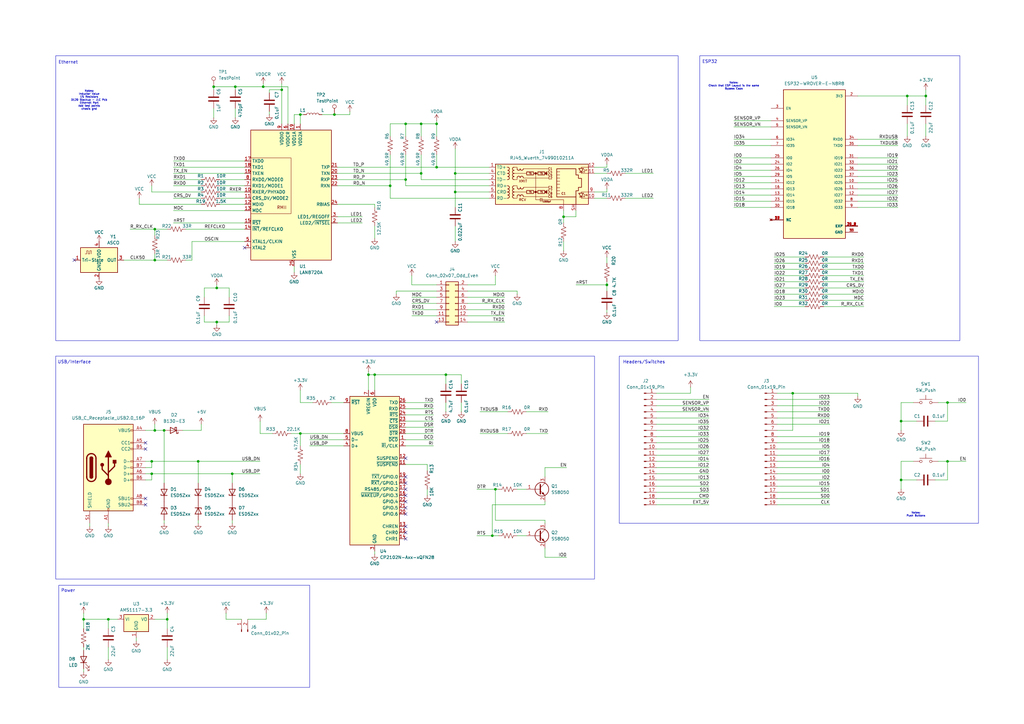
<source format=kicad_sch>
(kicad_sch (version 20250114) (generator "eeschema") (generator_version "9.0")
  (paper "A3")
  (rectangle (start 22.86 146.05) (end 243.84 237.49))
  (rectangle (start 22.86 22.86) (end 278.13 139.7))
  (rectangle (start 287.02 22.86) (end 393.7 139.7))
  (rectangle (start 24.13 240.03) (end 127 281.94))
  (rectangle (start 254 146.05) (end 401.32 214.63))
  (text "Notes:\nPush Buttons" (at 375.666 211.074 0) (effects (font (size 0.762 0.762))))
  (text "Notes:\nInductor Value\n1% Resistors\nD120 Stackup - JLC Pcb\nEthernet Port\nAdd test points\nchasis gnd" (at 36.576 41.148 0) (effects (font (size 0.762 0.762))))
  (text "ESP32" (at 291.084 25.4 0) (effects (font (size 1.27 1.27))))
  (text "Ethernet" (at 27.94 25.654 0) (effects (font (size 1.27 1.27))))
  (text "USB/Interface" (at 30.48 148.59 0) (effects (font (size 1.27 1.27))))
  (text "Notes:\nCheck that ESP Layout is the same\nBypass Caps" (at 300.99 35.306 0) (effects (font (size 0.762 0.762))))
  (text "Power" (at 27.94 242.316 0) (effects (font (size 1.27 1.27))))
  (text "Headers/Switches" (at 264.16 148.59 0) (effects (font (size 1.27 1.27))))
  (junction (at 63.5 93.98))
  (junction (at 160.02 76.2))
  (junction (at 62.23 194.31))
  (junction (at 115.57 36.83))
  (junction (at 186.69 78.74))
  (junction (at 369.57 172.72))
  (junction (at 62.23 189.23))
  (junction (at 123.19 177.8))
  (junction (at 151.13 153.67))
  (junction (at 153.67 153.67))
  (junction (at 88.9 118.11))
  (junction (at 186.69 71.12))
  (junction (at 68.58 254))
  (junction (at 166.37 50.8))
  (junction (at 95.25 194.31))
  (junction (at 107.95 35.56))
  (junction (at 166.37 73.66))
  (junction (at 248.92 116.84))
  (junction (at 182.88 153.67))
  (junction (at 67.31 176.53))
  (junction (at 388.62 165.1))
  (junction (at 34.29 254))
  (junction (at 123.19 46.99))
  (junction (at 231.14 88.9))
  (junction (at 388.62 189.23))
  (junction (at 201.93 219.71))
  (junction (at 88.9 132.08))
  (junction (at 44.45 254))
  (junction (at 203.2 200.66))
  (junction (at 63.5 176.53))
  (junction (at 172.72 50.8))
  (junction (at 87.63 35.56))
  (junction (at 372.11 39.37))
  (junction (at 96.52 35.56))
  (junction (at 137.16 46.99))
  (junction (at 63.5 106.68))
  (junction (at 369.57 196.85))
  (junction (at 172.72 71.12))
  (junction (at 81.28 189.23))
  (junction (at 379.73 39.37))
  (junction (at 179.07 68.58))
  (junction (at 325.12 161.29))
  (junction (at 179.07 50.8))
  (no_connect (at 100.33 101.6))
  (no_connect (at 166.37 208.28))
  (no_connect (at 166.37 200.66))
  (no_connect (at 30.48 106.68))
  (no_connect (at 166.37 218.44))
  (no_connect (at 166.37 215.9))
  (no_connect (at 166.37 210.82))
  (no_connect (at 166.37 195.58))
  (no_connect (at 59.69 181.61))
  (no_connect (at 166.37 187.96))
  (no_connect (at 166.37 203.2))
  (no_connect (at 59.69 207.01))
  (no_connect (at 59.69 204.47))
  (no_connect (at 166.37 198.12))
  (no_connect (at 179.07 132.08))
  (no_connect (at 59.69 184.15))
  (no_connect (at 166.37 205.74))
  (no_connect (at 166.37 220.98))
  (wire (pts (xy 175.26 200.66) (xy 175.26 203.2)))
  (wire (pts (xy 300.99 85.09) (xy 316.23 85.09)))
  (wire (pts (xy 106.68 177.8) (xy 111.76 177.8)))
  (wire (pts (xy 318.77 171.45) (xy 340.36 171.45)))
  (wire (pts (xy 88.9 116.84) (xy 88.9 118.11)))
  (wire (pts (xy 189.23 157.48) (xy 189.23 153.67)))
  (wire (pts (xy 162.56 120.65) (xy 162.56 119.38)))
  (wire (pts (xy 88.9 118.11) (xy 83.82 118.11)))
  (wire (pts (xy 232.41 191.77) (xy 223.52 191.77)))
  (wire (pts (xy 318.77 163.83) (xy 340.36 163.83)))
  (wire (pts (xy 63.5 173.99) (xy 63.5 176.53)))
  (wire (pts (xy 168.91 127) (xy 179.07 127)))
  (wire (pts (xy 90.17 81.28) (xy 100.33 81.28)))
  (wire (pts (xy 318.77 184.15) (xy 340.36 184.15)))
  (wire (pts (xy 93.98 118.11) (xy 93.98 121.92)))
  (wire (pts (xy 177.8 177.8) (xy 166.37 177.8)))
  (wire (pts (xy 44.45 254) (xy 44.45 257.81)))
  (wire (pts (xy 267.97 81.28) (xy 256.54 81.28)))
  (wire (pts (xy 267.97 71.12) (xy 256.54 71.12)))
  (wire (pts (xy 110.49 38.1) (xy 110.49 36.83)))
  (wire (pts (xy 44.45 254) (xy 48.26 254)))
  (wire (pts (xy 168.91 121.92) (xy 179.07 121.92)))
  (wire (pts (xy 177.8 170.18) (xy 166.37 170.18)))
  (wire (pts (xy 300.99 72.39) (xy 316.23 72.39)))
  (wire (pts (xy 318.77 191.77) (xy 340.36 191.77)))
  (wire (pts (xy 135.89 165.1) (xy 140.97 165.1)))
  (wire (pts (xy 62.23 194.31) (xy 59.69 194.31)))
  (wire (pts (xy 93.98 129.54) (xy 93.98 132.08)))
  (wire (pts (xy 62.23 191.77) (xy 62.23 189.23)))
  (wire (pts (xy 81.28 189.23) (xy 81.28 198.12)))
  (wire (pts (xy 203.2 200.66) (xy 203.2 213.36)))
  (wire (pts (xy 318.77 201.93) (xy 340.36 201.93)))
  (wire (pts (xy 243.84 78.74) (xy 248.92 78.74)))
  (wire (pts (xy 166.37 76.2) (xy 200.66 76.2)))
  (wire (pts (xy 166.37 190.5) (xy 175.26 190.5)))
  (wire (pts (xy 223.52 224.79) (xy 223.52 228.6)))
  (wire (pts (xy 63.5 93.98) (xy 68.58 93.98)))
  (wire (pts (xy 351.79 74.93) (xy 368.3 74.93)))
  (wire (pts (xy 53.34 93.98) (xy 63.5 93.98)))
  (wire (pts (xy 132.08 46.99) (xy 137.16 46.99)))
  (wire (pts (xy 172.72 63.5) (xy 172.72 71.12)))
  (wire (pts (xy 196.85 177.8) (xy 208.28 177.8)))
  (wire (pts (xy 351.79 85.09) (xy 368.3 85.09)))
  (wire (pts (xy 115.57 36.83) (xy 115.57 50.8)))
  (wire (pts (xy 76.2 106.68) (xy 78.74 106.68)))
  (wire (pts (xy 92.71 251.46) (xy 92.71 254)))
  (wire (pts (xy 337.82 118.11) (xy 354.33 118.11)))
  (wire (pts (xy 106.68 194.31) (xy 95.25 194.31)))
  (wire (pts (xy 300.99 49.53) (xy 316.23 49.53)))
  (wire (pts (xy 177.8 175.26) (xy 166.37 175.26)))
  (wire (pts (xy 166.37 73.66) (xy 166.37 76.2)))
  (wire (pts (xy 351.79 80.01) (xy 368.3 80.01)))
  (wire (pts (xy 71.12 71.12) (xy 100.33 71.12)))
  (wire (pts (xy 95.25 194.31) (xy 62.23 194.31)))
  (wire (pts (xy 351.79 69.85) (xy 368.3 69.85)))
  (wire (pts (xy 317.5 113.03) (xy 330.2 113.03)))
  (wire (pts (xy 317.5 105.41) (xy 330.2 105.41)))
  (wire (pts (xy 96.52 44.45) (xy 96.52 48.26)))
  (wire (pts (xy 388.62 172.72) (xy 388.62 165.1)))
  (wire (pts (xy 203.2 116.84) (xy 203.2 113.03)))
  (wire (pts (xy 223.52 207.01) (xy 223.52 205.74)))
  (wire (pts (xy 88.9 118.11) (xy 93.98 118.11)))
  (wire (pts (xy 248.92 68.58) (xy 248.92 67.31)))
  (wire (pts (xy 318.77 194.31) (xy 340.36 194.31)))
  (wire (pts (xy 153.67 153.67) (xy 182.88 153.67)))
  (wire (pts (xy 191.77 116.84) (xy 203.2 116.84)))
  (wire (pts (xy 201.93 219.71) (xy 201.93 207.01)))
  (wire (pts (xy 153.67 153.67) (xy 153.67 160.02)))
  (wire (pts (xy 369.57 189.23) (xy 369.57 196.85)))
  (wire (pts (xy 81.28 189.23) (xy 62.23 189.23)))
  (wire (pts (xy 123.19 165.1) (xy 128.27 165.1)))
  (wire (pts (xy 63.5 106.68) (xy 68.58 106.68)))
  (wire (pts (xy 115.57 34.29) (xy 115.57 36.83)))
  (wire (pts (xy 388.62 196.85) (xy 388.62 189.23)))
  (wire (pts (xy 68.58 254) (xy 68.58 251.46)))
  (wire (pts (xy 153.67 153.67) (xy 151.13 153.67)))
  (wire (pts (xy 127 180.34) (xy 140.97 180.34)))
  (wire (pts (xy 59.69 191.77) (xy 62.23 191.77)))
  (wire (pts (xy 68.58 254) (xy 68.58 257.81)))
  (wire (pts (xy 283.21 161.29) (xy 283.21 158.75)))
  (wire (pts (xy 168.91 124.46) (xy 179.07 124.46)))
  (wire (pts (xy 248.92 105.41) (xy 248.92 107.95)))
  (wire (pts (xy 248.92 78.74) (xy 248.92 77.47)))
  (wire (pts (xy 153.67 85.09) (xy 153.67 83.82)))
  (wire (pts (xy 351.79 72.39) (xy 368.3 72.39)))
  (wire (pts (xy 269.24 173.99) (xy 290.83 173.99)))
  (wire (pts (xy 269.24 201.93) (xy 290.83 201.93)))
  (wire (pts (xy 317.5 118.11) (xy 330.2 118.11)))
  (wire (pts (xy 300.99 59.69) (xy 316.23 59.69)))
  (wire (pts (xy 374.65 165.1) (xy 369.57 165.1)))
  (wire (pts (xy 118.11 35.56) (xy 107.95 35.56)))
  (wire (pts (xy 101.6 254) (xy 109.22 254)))
  (wire (pts (xy 34.29 274.32) (xy 34.29 275.59)))
  (wire (pts (xy 200.66 78.74) (xy 186.69 78.74)))
  (wire (pts (xy 44.45 265.43) (xy 44.45 270.51)))
  (wire (pts (xy 351.79 162.56) (xy 351.79 161.29)))
  (wire (pts (xy 337.82 115.57) (xy 354.33 115.57)))
  (wire (pts (xy 186.69 60.96) (xy 186.69 71.12)))
  (wire (pts (xy 318.77 186.69) (xy 340.36 186.69)))
  (wire (pts (xy 269.24 191.77) (xy 290.83 191.77)))
  (wire (pts (xy 175.26 190.5) (xy 175.26 193.04)))
  (wire (pts (xy 369.57 165.1) (xy 369.57 172.72)))
  (wire (pts (xy 203.2 200.66) (xy 204.47 200.66)))
  (wire (pts (xy 44.45 215.9) (xy 44.45 214.63)))
  (wire (pts (xy 123.19 177.8) (xy 140.97 177.8)))
  (wire (pts (xy 138.43 76.2) (xy 160.02 76.2)))
  (wire (pts (xy 71.12 81.28) (xy 82.55 81.28)))
  (wire (pts (xy 318.77 196.85) (xy 340.36 196.85)))
  (wire (pts (xy 186.69 78.74) (xy 186.69 85.09)))
  (wire (pts (xy 71.12 68.58) (xy 100.33 68.58)))
  (wire (pts (xy 318.77 173.99) (xy 340.36 173.99)))
  (wire (pts (xy 269.24 199.39) (xy 290.83 199.39)))
  (wire (pts (xy 81.28 189.23) (xy 106.68 189.23)))
  (wire (pts (xy 177.8 180.34) (xy 166.37 180.34)))
  (wire (pts (xy 379.73 50.8) (xy 379.73 55.88)))
  (wire (pts (xy 87.63 35.56) (xy 87.63 36.83)))
  (wire (pts (xy 195.58 200.66) (xy 203.2 200.66)))
  (wire (pts (xy 212.09 219.71) (xy 215.9 219.71)))
  (wire (pts (xy 172.72 73.66) (xy 200.66 73.66)))
  (wire (pts (xy 90.17 83.82) (xy 100.33 83.82)))
  (wire (pts (xy 82.55 173.99) (xy 82.55 176.53)))
  (wire (pts (xy 151.13 153.67) (xy 151.13 160.02)))
  (wire (pts (xy 325.12 161.29) (xy 351.79 161.29)))
  (wire (pts (xy 372.11 50.8) (xy 372.11 55.88)))
  (wire (pts (xy 100.33 73.66) (xy 90.17 73.66)))
  (wire (pts (xy 62.23 76.2) (xy 62.23 78.74)))
  (wire (pts (xy 82.55 176.53) (xy 74.93 176.53)))
  (wire (pts (xy 231.14 99.06) (xy 231.14 102.87)))
  (wire (pts (xy 201.93 207.01) (xy 223.52 207.01)))
  (wire (pts (xy 269.24 171.45) (xy 290.83 171.45)))
  (wire (pts (xy 78.74 99.06) (xy 100.33 99.06)))
  (wire (pts (xy 177.8 172.72) (xy 166.37 172.72)))
  (wire (pts (xy 318.77 179.07) (xy 340.36 179.07)))
  (wire (pts (xy 337.82 105.41) (xy 354.33 105.41)))
  (wire (pts (xy 166.37 63.5) (xy 166.37 73.66)))
  (wire (pts (xy 67.31 176.53) (xy 67.31 198.12)))
  (wire (pts (xy 325.12 161.29) (xy 325.12 176.53)))
  (wire (pts (xy 300.99 80.01) (xy 316.23 80.01)))
  (wire (pts (xy 317.5 107.95) (xy 330.2 107.95)))
  (wire (pts (xy 34.29 251.46) (xy 34.29 254)))
  (wire (pts (xy 189.23 165.1) (xy 189.23 168.91)))
  (wire (pts (xy 50.8 106.68) (xy 63.5 106.68)))
  (wire (pts (xy 300.99 64.77) (xy 316.23 64.77)))
  (wire (pts (xy 337.82 120.65) (xy 354.33 120.65)))
  (wire (pts (xy 95.25 214.63) (xy 95.25 213.36)))
  (wire (pts (xy 248.92 128.27) (xy 248.92 127)))
  (wire (pts (xy 166.37 50.8) (xy 166.37 55.88)))
  (wire (pts (xy 127 182.88) (xy 140.97 182.88)))
  (wire (pts (xy 160.02 76.2) (xy 160.02 81.28)))
  (wire (pts (xy 160.02 81.28) (xy 200.66 81.28)))
  (wire (pts (xy 269.24 161.29) (xy 283.21 161.29)))
  (wire (pts (xy 153.67 227.33) (xy 153.67 226.06)))
  (wire (pts (xy 57.15 83.82) (xy 82.55 83.82)))
  (wire (pts (xy 179.07 50.8) (xy 172.72 50.8)))
  (wire (pts (xy 269.24 166.37) (xy 290.83 166.37)))
  (wire (pts (xy 138.43 68.58) (xy 179.07 68.58)))
  (wire (pts (xy 388.62 165.1) (xy 384.81 165.1)))
  (wire (pts (xy 71.12 86.36) (xy 100.33 86.36)))
  (wire (pts (xy 337.82 123.19) (xy 354.33 123.19)))
  (wire (pts (xy 318.77 181.61) (xy 340.36 181.61)))
  (wire (pts (xy 317.5 115.57) (xy 330.2 115.57)))
  (wire (pts (xy 269.24 204.47) (xy 290.83 204.47)))
  (wire (pts (xy 318.77 199.39) (xy 340.36 199.39)))
  (wire (pts (xy 179.07 55.88) (xy 179.07 50.8)))
  (wire (pts (xy 63.5 176.53) (xy 59.69 176.53)))
  (wire (pts (xy 269.24 194.31) (xy 290.83 194.31)))
  (wire (pts (xy 62.23 78.74) (xy 82.55 78.74)))
  (wire (pts (xy 300.99 77.47) (xy 316.23 77.47)))
  (wire (pts (xy 300.99 57.15) (xy 316.23 57.15)))
  (wire (pts (xy 153.67 92.71) (xy 153.67 97.79)))
  (wire (pts (xy 379.73 36.83) (xy 379.73 39.37)))
  (wire (pts (xy 123.19 46.99) (xy 123.19 50.8)))
  (wire (pts (xy 196.85 168.91) (xy 208.28 168.91)))
  (wire (pts (xy 57.15 81.28) (xy 57.15 83.82)))
  (wire (pts (xy 383.54 196.85) (xy 388.62 196.85)))
  (wire (pts (xy 177.8 165.1) (xy 166.37 165.1)))
  (wire (pts (xy 83.82 129.54) (xy 83.82 132.08)))
  (wire (pts (xy 182.88 165.1) (xy 182.88 168.91)))
  (wire (pts (xy 138.43 88.9) (xy 148.59 88.9)))
  (wire (pts (xy 248.92 116.84) (xy 248.92 119.38)))
  (wire (pts (xy 269.24 168.91) (xy 290.83 168.91)))
  (wire (pts (xy 368.3 57.15) (xy 351.79 57.15)))
  (wire (pts (xy 120.65 109.22) (xy 120.65 111.76)))
  (wire (pts (xy 92.71 254) (xy 99.06 254)))
  (wire (pts (xy 62.23 189.23) (xy 59.69 189.23)))
  (wire (pts (xy 236.22 116.84) (xy 248.92 116.84)))
  (wire (pts (xy 59.69 196.85) (xy 62.23 196.85)))
  (wire (pts (xy 318.77 176.53) (xy 325.12 176.53)))
  (wire (pts (xy 388.62 165.1) (xy 396.24 165.1)))
  (wire (pts (xy 207.01 132.08) (xy 191.77 132.08)))
  (wire (pts (xy 93.98 132.08) (xy 88.9 132.08)))
  (wire (pts (xy 351.79 82.55) (xy 368.3 82.55)))
  (wire (pts (xy 160.02 50.8) (xy 166.37 50.8)))
  (wire (pts (xy 55.88 261.62) (xy 55.88 262.89)))
  (wire (pts (xy 68.58 265.43) (xy 68.58 270.51)))
  (wire (pts (xy 118.11 50.8) (xy 118.11 35.56)))
  (wire (pts (xy 138.43 73.66) (xy 166.37 73.66)))
  (wire (pts (xy 34.29 254) (xy 44.45 254)))
  (wire (pts (xy 119.38 177.8) (xy 123.19 177.8)))
  (wire (pts (xy 191.77 129.54) (xy 207.01 129.54)))
  (wire (pts (xy 318.77 204.47) (xy 340.36 204.47)))
  (wire (pts (xy 224.79 168.91) (xy 215.9 168.91)))
  (wire (pts (xy 203.2 213.36) (xy 223.52 213.36)))
  (wire (pts (xy 76.2 93.98) (xy 100.33 93.98)))
  (wire (pts (xy 269.24 196.85) (xy 290.83 196.85)))
  (wire (pts (xy 137.16 46.99) (xy 143.51 46.99)))
  (wire (pts (xy 36.83 214.63) (xy 36.83 215.9)))
  (wire (pts (xy 236.22 86.36) (xy 236.22 88.9)))
  (wire (pts (xy 172.72 50.8) (xy 172.72 55.88)))
  (wire (pts (xy 177.8 167.64) (xy 166.37 167.64)))
  (wire (pts (xy 83.82 132.08) (xy 88.9 132.08)))
  (wire (pts (xy 223.52 228.6) (xy 232.41 228.6)))
  (wire (pts (xy 182.88 153.67) (xy 182.88 157.48)))
  (wire (pts (xy 317.5 125.73) (xy 330.2 125.73)))
  (wire (pts (xy 369.57 172.72) (xy 369.57 176.53)))
  (wire (pts (xy 110.49 36.83) (xy 115.57 36.83)))
  (wire (pts (xy 67.31 214.63) (xy 67.31 213.36)))
  (wire (pts (xy 162.56 119.38) (xy 179.07 119.38)))
  (wire (pts (xy 269.24 163.83) (xy 290.83 163.83)))
  (wire (pts (xy 63.5 104.14) (xy 63.5 106.68)))
  (wire (pts (xy 351.79 67.31) (xy 368.3 67.31)))
  (wire (pts (xy 201.93 219.71) (xy 204.47 219.71)))
  (wire (pts (xy 186.69 78.74) (xy 186.69 71.12)))
  (wire (pts (xy 123.19 177.8) (xy 123.19 182.88)))
  (wire (pts (xy 34.29 265.43) (xy 34.29 266.7)))
  (wire (pts (xy 369.57 196.85) (xy 375.92 196.85)))
  (wire (pts (xy 189.23 153.67) (xy 182.88 153.67)))
  (wire (pts (xy 243.84 68.58) (xy 248.92 68.58)))
  (wire (pts (xy 337.82 125.73) (xy 354.33 125.73)))
  (wire (pts (xy 318.77 189.23) (xy 340.36 189.23)))
  (wire (pts (xy 143.51 46.99) (xy 143.51 45.72)))
  (wire (pts (xy 317.5 120.65) (xy 330.2 120.65)))
  (wire (pts (xy 351.79 59.69) (xy 368.3 59.69)))
  (wire (pts (xy 172.72 71.12) (xy 172.72 73.66)))
  (wire (pts (xy 388.62 189.23) (xy 396.24 189.23)))
  (wire (pts (xy 107.95 35.56) (xy 96.52 35.56)))
  (wire (pts (xy 120.65 50.8) (xy 120.65 46.99)))
  (wire (pts (xy 379.73 39.37) (xy 379.73 43.18)))
  (wire (pts (xy 212.09 119.38) (xy 191.77 119.38)))
  (wire (pts (xy 67.31 176.53) (xy 63.5 176.53)))
  (wire (pts (xy 269.24 179.07) (xy 290.83 179.07)))
  (wire (pts (xy 71.12 76.2) (xy 82.55 76.2)))
  (wire (pts (xy 34.29 254) (xy 34.29 257.81)))
  (wire (pts (xy 379.73 39.37) (xy 372.11 39.37)))
  (wire (pts (xy 96.52 35.56) (xy 96.52 36.83)))
  (wire (pts (xy 195.58 219.71) (xy 201.93 219.71)))
  (wire (pts (xy 179.07 116.84) (xy 168.91 116.84)))
  (wire (pts (xy 207.01 121.92) (xy 191.77 121.92)))
  (wire (pts (xy 269.24 207.01) (xy 290.83 207.01)))
  (wire (pts (xy 224.79 177.8) (xy 215.9 177.8)))
  (wire (pts (xy 153.67 83.82) (xy 138.43 83.82)))
  (wire (pts (xy 388.62 189.23) (xy 384.81 189.23)))
  (wire (pts (xy 212.09 200.66) (xy 215.9 200.66)))
  (wire (pts (xy 351.79 39.37) (xy 372.11 39.37)))
  (wire (pts (xy 231.14 86.36) (xy 231.14 88.9)))
  (wire (pts (xy 317.5 123.19) (xy 330.2 123.19)))
  (wire (pts (xy 62.23 196.85) (xy 62.23 194.31)))
  (wire (pts (xy 90.17 78.74) (xy 100.33 78.74)))
  (wire (pts (xy 88.9 132.08) (xy 88.9 133.35)))
  (wire (pts (xy 269.24 176.53) (xy 290.83 176.53)))
  (wire (pts (xy 71.12 66.04) (xy 100.33 66.04)))
  (wire (pts (xy 106.68 172.72) (xy 106.68 177.8)))
  (wire (pts (xy 243.84 71.12) (xy 248.92 71.12)))
  (wire (pts (xy 318.77 207.01) (xy 340.36 207.01)))
  (wire (pts (xy 337.82 107.95) (xy 354.33 107.95)))
  (wire (pts (xy 166.37 50.8) (xy 172.72 50.8)))
  (wire (pts (xy 207.01 124.46) (xy 191.77 124.46)))
  (wire (pts (xy 138.43 71.12) (xy 172.72 71.12)))
  (wire (pts (xy 372.11 43.18) (xy 372.11 39.37)))
  (wire (pts (xy 78.74 106.68) (xy 78.74 99.06)))
  (wire (pts (xy 269.24 186.69) (xy 290.83 186.69)))
  (wire (pts (xy 71.12 91.44) (xy 100.33 91.44)))
  (wire (pts (xy 179.07 68.58) (xy 200.66 68.58)))
  (wire (pts (xy 120.65 46.99) (xy 123.19 46.99)))
  (wire (pts (xy 269.24 184.15) (xy 290.83 184.15)))
  (wire (pts (xy 300.99 74.93) (xy 316.23 74.93)))
  (wire (pts (xy 300.99 69.85) (xy 316.23 69.85)))
  (wire (pts (xy 207.01 127) (xy 191.77 127)))
  (wire (pts (xy 95.25 194.31) (xy 95.25 198.12)))
  (wire (pts (xy 110.49 46.99) (xy 110.49 45.72)))
  (wire (pts (xy 90.17 76.2) (xy 100.33 76.2)))
  (wire (pts (xy 318.77 166.37) (xy 340.36 166.37)))
  (wire (pts (xy 177.8 182.88) (xy 166.37 182.88)))
  (wire (pts (xy 317.5 110.49) (xy 330.2 110.49)))
  (wire (pts (xy 160.02 55.88) (xy 160.02 50.8)))
  (wire (pts (xy 151.13 152.4) (xy 151.13 153.67)))
  (wire (pts (xy 63.5 96.52) (xy 63.5 93.98)))
  (wire (pts (xy 168.91 116.84) (xy 168.91 113.03)))
  (wire (pts (xy 337.82 113.03) (xy 354.33 113.03)))
  (wire (pts (xy 138.43 91.44) (xy 148.59 91.44)))
  (wire (pts (xy 71.12 73.66) (xy 82.55 73.66)))
  (wire (pts (xy 123.19 160.02) (xy 123.19 165.1)))
  (wire (pts (xy 300.99 52.07) (xy 316.23 52.07)))
  (wire (pts (xy 87.63 44.45) (xy 87.63 48.26)))
  (wire (pts (xy 383.54 172.72) (xy 388.62 172.72)))
  (wire (pts (xy 186.69 92.71) (xy 186.69 99.06)))
  (wire (pts (xy 300.99 67.31) (xy 316.23 67.31)))
  (wire (pts (xy 248.92 115.57) (xy 248.92 116.84)))
  (wire (pts (xy 109.22 254) (xy 109.22 251.46)))
  (wire (pts (xy 351.79 77.47) (xy 368.3 77.47)))
  (wire (pts (xy 81.28 214.63) (xy 81.28 213.36)))
  (wire (pts (xy 123.19 46.99) (xy 124.46 46.99)))
  (wire (pts (xy 83.82 118.11) (xy 83.82 121.92)))
  (wire (pts (xy 123.19 190.5) (xy 123.19 194.31)))
  (wire (pts (xy 223.52 213.36) (xy 223.52 214.63)))
  (wire (pts (xy 107.95 34.29) (xy 107.95 35.56)))
  (wire (pts (xy 212.09 120.65) (xy 212.09 119.38)))
  (wire (pts (xy 96.52 35.56) (xy 87.63 35.56)))
  (wire (pts (xy 337.82 110.49) (xy 354.33 110.49)))
  (wire (pts (xy 168.91 129.54) (xy 179.07 129.54)))
  (wire (pts (xy 179.07 63.5) (xy 179.07 68.58)))
  (wire (pts (xy 300.99 82.55) (xy 316.23 82.55)))
  (wire (pts (xy 351.79 64.77) (xy 368.3 64.77)))
  (wire (pts (xy 231.14 88.9) (xy 231.14 91.44)))
  (wire (pts (xy 236.22 88.9) (xy 231.14 88.9)))
  (wire (pts (xy 369.57 172.72) (xy 375.92 172.72)))
  (wire (pts (xy 318.77 168.91) (xy 340.36 168.91)))
  (wire (pts (xy 223.52 191.77) (xy 223.52 195.58)))
  (wire (pts (xy 269.24 181.61) (xy 290.83 181.61)))
  (wire (pts (xy 269.24 189.23) (xy 290.83 189.23)))
  (wire (pts (xy 63.5 254) (xy 68.58 254)))
  (wire (pts (xy 243.84 81.28) (xy 248.92 81.28)))
  (wire (pts (xy 179.07 49.53) (xy 179.07 50.8)))
  (wire (pts (xy 369.57 196.85) (xy 369.57 200.66)))
  (wire (pts (xy 186.69 71.12) (xy 200.66 71.12)))
  (wire (pts (xy 318.77 161.29) (xy 325.12 161.29)))
  (wire (pts (xy 160.02 63.5) (xy 160.02 76.2)))
  (wire (pts (xy 374.65 189.23) (xy 369.57 189.23)))
  (label "SENSOR_VP" (at 300.99 49.53 0))
  (label "DTR" (at 195.58 200.66 0))
  (label "RI" (at 177.8 182.88 180))
  (label "RXD1" (at 168.91 127 0))
  (label "TX_EN" (at 354.33 115.57 180))
  (label "IO22" (at 317.5 113.03 0))
  (label "IO18" (at 317.5 120.65 0))
  (label "MDC" (at 354.33 123.19 180))
  (label "OSCIN" (at 83.82 99.06 0))
  (label "R_RX_CLK" (at 354.33 125.73 180))
  (label "SD0" (at 340.36 204.47 180))
  (label "TXDUSB" (at 196.85 168.91 0))
  (label "IO26" (at 317.5 107.95 0))
  (label "RXD1" (at 71.12 73.66 0))
  (label "IO0" (at 396.24 165.1 180))
  (label "EXT_5V" (at 290.83 207.01 180))
  (label "IO18" (at 340.36 181.61 180))
  (label "RXDUSB" (at 368.3 57.15 180))
  (label "CTS" (at 177.8 172.72 180))
  (label "RXD0" (at 71.12 76.2 0))
  (label "IO34" (at 290.83 171.45 180))
  (label "MDIO" (at 354.33 120.65 180))
  (label "SENSOR_VP" (at 290.83 166.37 180))
  (label "RXD0" (at 207.01 127 180))
  (label "LED2" (at 148.59 91.44 180))
  (label "IO12" (at 300.99 74.93 0))
  (label "USB_DP" (at 127 182.88 0))
  (label "TXD1" (at 207.01 132.08 180))
  (label "TXD0" (at 71.12 66.04 0))
  (label "TXDUSB" (at 368.3 59.69 180))
  (label "IO19" (at 317.5 110.49 0))
  (label "SENSOR_VN" (at 300.99 52.07 0))
  (label "IO34" (at 300.99 57.15 0))
  (label "TXD0" (at 354.33 110.49 180))
  (label "EN" (at 290.83 163.83 180))
  (label "TX_EN" (at 207.01 129.54 180))
  (label "IO2" (at 340.36 196.85 180))
  (label "GND" (at 290.83 194.31 180))
  (label "IO4" (at 340.36 191.77 180))
  (label "RD_P" (at 144.78 73.66 0))
  (label "RXD0" (at 354.33 105.41 180))
  (label "IO32" (at 368.3 82.55 180))
  (label "IO33" (at 290.83 179.07 180))
  (label "REFCLKO" (at 83.82 93.98 0))
  (label "IO19" (at 340.36 179.07 180))
  (label "USB_DP" (at 106.68 194.31 180))
  (label "RXD" (at 177.8 167.64 180))
  (label "USB_DN" (at 106.68 189.23 180))
  (label "IO32" (at 290.83 176.53 180))
  (label "EN" (at 232.41 191.77 180))
  (label "CRS_DV" (at 71.12 81.28 0))
  (label "RTS" (at 195.58 219.71 0))
  (label "IO15" (at 300.99 82.55 0))
  (label "IO5" (at 340.36 184.15 180))
  (label "TD_N" (at 144.78 71.12 0))
  (label "MDC" (at 168.91 121.92 0))
  (label "EN" (at 396.24 189.23 180))
  (label "RXD1" (at 354.33 107.95 180))
  (label "IO14" (at 290.83 189.23 180))
  (label "IO25" (at 290.83 181.61 180))
  (label "RD_N" (at 144.78 76.2 0))
  (label "TXD1" (at 354.33 113.03 180))
  (label "LED2" (at 267.97 81.28 180))
  (label "TD_P" (at 144.78 68.58 0))
  (label "IO35" (at 300.99 59.69 0))
  (label "CLK50" (at 53.34 106.68 0))
  (label "USB_DN" (at 127 180.34 0))
  (label "RXD0" (at 340.36 171.45 180))
  (label "IO26" (at 368.3 77.47 180))
  (label "TXD0" (at 168.91 129.54 0))
  (label "CLK" (at 340.36 207.01 180))
  (label "TXD" (at 224.79 177.8 180))
  (label "R_RX_CLK" (at 207.01 124.46 180))
  (label "DSR" (at 177.8 175.26 180))
  (label "IO17" (at 340.36 186.69 180))
  (label "RTS" (at 177.8 170.18 180))
  (label "SENSOR_VN" (at 290.83 168.91 180))
  (label "SD3" (at 290.83 201.93 180))
  (label "DTR" (at 177.8 177.8 180))
  (label "IO0" (at 300.99 64.77 0))
  (label "IO15" (at 340.36 199.39 180))
  (label "RXER" (at 93.98 78.74 0))
  (label "IO5" (at 300.99 72.39 0))
  (label "IO14" (at 300.99 80.01 0))
  (label "IO2" (at 300.99 67.31 0))
  (label "TXD1" (at 71.12 68.58 0))
  (label "TXD0" (at 340.36 168.91 180))
  (label "nRST" (at 71.12 91.44 0))
  (label "IO25" (at 368.3 74.93 180))
  (label "IO35" (at 290.83 173.99 180))
  (label "IO4" (at 300.99 69.85 0))
  (label "RXDUSB" (at 196.85 177.8 0))
  (label "MDIO" (at 207.01 121.92 180))
  (label "IO22" (at 368.3 69.85 180))
  (label "IO21" (at 340.36 173.99 180))
  (label "IO13" (at 300.99 77.47 0))
  (label "IO21" (at 317.5 115.57 0))
  (label "IO23" (at 368.3 72.39 180))
  (label "IO26" (at 290.83 184.15 180))
  (label "nRST" (at 236.22 116.84 0))
  (label "IO19" (at 368.3 64.77 180))
  (label "IO16" (at 340.36 189.23 180))
  (label "SD2" (at 290.83 199.39 180))
  (label "IO21" (at 368.3 67.31 180))
  (label "DCD" (at 177.8 180.34 180))
  (label "LED1" (at 148.59 88.9 180))
  (label "IO0" (at 340.36 194.31 180))
  (label "IO22" (at 340.36 166.37 180))
  (label "IO27" (at 317.5 118.11 0))
  (label "IO18" (at 300.99 85.09 0))
  (label "IO12" (at 290.83 191.77 180))
  (label "IO23" (at 340.36 163.83 180))
  (label "IO25" (at 317.5 105.41 0))
  (label "RXD" (at 224.79 168.91 180))
  (label "IO23" (at 317.5 123.19 0))
  (label "CMD" (at 290.83 204.47 180))
  (label "TX_EN" (at 71.12 71.12 0))
  (label "IO13" (at 290.83 196.85 180))
  (label "MDC" (at 71.12 86.36 0))
  (label "CRS_DV" (at 168.91 124.46 0))
  (label "IO0" (at 232.41 228.6 180))
  (label "CRS_DV" (at 354.33 118.11 180))
  (label "R_RX_CLK" (at 53.34 93.98 0))
  (label "LED1" (at 267.97 71.12 180))
  (label "IO33" (at 368.3 85.09 180))
  (label "IO27" (at 368.3 80.01 180))
  (label "IO27" (at 290.83 186.69 180))
  (label "IO0" (at 317.5 125.73 0))
  (label "SD1" (at 340.36 201.93 180))
  (label "TXD" (at 177.8 165.1 180))
  (symbol (lib_id "power:GND") (at 34.29 275.59 0) (unit 1)
    (property "Reference" "#PWR025" (effects (hide yes)))
    (property "Value" "GND" (at 34.29 279.654 0))
    (property "Description" "Power symbol creates a global label with name \"GND\" , ground" (effects (hide yes)))
  )
  (symbol (lib_id "Device:R_US") (at 334.01 105.41 90) (unit 1)
    (property "Reference" "R24" (at 329.438 103.886 90))
    (property "Value" "0R" (at 338.328 103.886 90))
    (property "Footprint" "Jumper:SolderJumper-2_P1.3mm_Bridged2Bar_RoundedPad1.0x1.5mm" (effects (hide yes)))
    (property "Description" "Resistor, US symbol" (effects (hide yes)))
  )
  (symbol (lib_id "Device:C") (at 372.11 46.99 0) (unit 1)
    (property "Reference" "C13" (at 374.142 43.434 90))
    (property "Value" "0.1uF" (at 374.142 52.324 90))
    (property "Footprint" "Capacitor_SMD:C_0603_1608Metric" (effects (hide yes)))
    (property "Description" "Unpolarized capacitor" (effects (hide yes)))
  )
  (symbol (lib_id "power:GND") (at 248.92 128.27 0) (unit 1)
    (property "Reference" "#PWR036" (effects (hide yes)))
    (property "Value" "GND" (at 248.92 132.08 0))
    (property "Description" "Power symbol creates a global label with name \"GND\" , ground" (effects (hide yes)))
  )
  (symbol (lib_id "Device:R_US") (at 72.39 93.98 270) (unit 1)
    (property "Reference" "R22" (at 68.326 92.71 90))
    (property "Value" "33R" (at 76.708 92.71 90))
    (property "Footprint" "Resistor_SMD:R_0402_1005Metric" (effects (hide yes)))
    (property "Description" "Resistor, US symbol" (effects (hide yes)))
  )
  (symbol (lib_id "Device:R_US") (at 334.01 120.65 90) (unit 1)
    (property "Reference" "R30" (at 329.438 119.38 90))
    (property "Value" "0R" (at 338.328 119.38 90))
    (property "Footprint" "Jumper:SolderJumper-2_P1.3mm_Bridged2Bar_RoundedPad1.0x1.5mm" (effects (hide yes)))
    (property "Description" "Resistor, US symbol" (effects (hide yes)))
  )
  (symbol (lib_id "Device:R_US") (at 179.07 59.69 0) (unit 1)
    (property "Reference" "R9" (at 177.8 55.88 90))
    (property "Value" "49.9R" (at 177.8 65.278 90))
    (property "Footprint" "Resistor_SMD:R_0402_1005Metric" (effects (hide yes)))
    (property "Description" "Resistor, US symbol" (effects (hide yes)))
  )
  (symbol (lib_id "Device:R_US") (at 86.36 81.28 270) (unit 1)
    (property "Reference" "R4" (at 82.296 80.01 90))
    (property "Value" "10R" (at 90.678 80.01 90))
    (property "Footprint" "Resistor_SMD:R_0603_1608Metric" (effects (hide yes)))
    (property "Description" "Resistor, US symbol" (effects (hide yes)))
  )
  (symbol (lib_id "power:+3.3V") (at 283.21 158.75 0) (unit 1)
    (property "Reference" "#PWR022" (effects (hide yes)))
    (property "Value" "+3.3V" (at 283.21 153.67 0))
    (property "Description" "Power symbol creates a global label with name \"+3.3V\"" (effects (hide yes)))
  )
  (symbol (lib_id "power:GND") (at 44.45 215.9 0) (unit 1)
    (property "Reference" "#PWR016" (effects (hide yes)))
    (property "Value" "GND" (at 44.45 219.71 0))
    (property "Description" "Power symbol creates a global label with name \"GND\" , ground" (effects (hide yes)))
  )
  (symbol (lib_id "power:GND") (at 68.58 270.51 0) (unit 1)
    (property "Reference" "#PWR010" (effects (hide yes)))
    (property "Value" "GND" (at 68.58 274.574 0))
    (property "Description" "Power symbol creates a global label with name \"GND\" , ground" (effects (hide yes)))
  )
  (symbol (lib_id "power:VCC") (at 143.51 45.72 0) (unit 1)
    (property "Reference" "#PWR028" (effects (hide yes)))
    (property "Value" "VCC" (at 143.51 41.91 0))
    (property "Description" "Power symbol creates a global label with name \"VCC\"" (effects (hide yes)))
  )
  (symbol (lib_id "Device:C") (at 379.73 196.85 90) (unit 1)
    (property "Reference" "C2" (at 376.174 194.818 90))
    (property "Value" "0.1uF" (at 385.064 194.818 90))
    (property "Footprint" "Capacitor_SMD:C_0603_1608Metric" (effects (hide yes)))
    (property "Description" "Unpolarized capacitor" (effects (hide yes)))
  )
  (symbol (lib_id "Device:C") (at 186.69 88.9 0) (unit 1)
    (property "Reference" "C11" (at 188.722 85.09 90))
    (property "Value" "0.022uF" (at 188.722 94.996 90))
    (property "Footprint" "Capacitor_SMD:C_0805_2012Metric" (effects (hide yes)))
    (property "Description" "Unpolarized capacitor" (effects (hide yes)))
  )
  (symbol (lib_id "power:GND") (at 44.45 270.51 0) (unit 1)
    (property "Reference" "#PWR026" (effects (hide yes)))
    (property "Value" "GND" (at 44.45 274.574 0))
    (property "Description" "Power symbol creates a global label with name \"GND\" , ground" (effects (hide yes)))
  )
  (symbol (lib_id "power:GND") (at 372.11 55.88 0) (unit 1)
    (property "Reference" "#PWR048" (effects (hide yes)))
    (property "Value" "GND" (at 372.11 59.69 0))
    (property "Description" "Power symbol creates a global label with name \"GND\" , ground" (effects (hide yes)))
  )
  (symbol (lib_id "power:VDDA") (at 248.92 67.31 0) (unit 1)
    (property "Reference" "#PWR06" (effects (hide yes)))
    (property "Value" "VDDA" (at 248.92 63.5 0))
    (property "Description" "Power symbol creates a global label with name \"VDDA\"" (effects (hide yes)))
  )
  (symbol (lib_id "Device:R_US") (at 86.36 83.82 270) (unit 1)
    (property "Reference" "R19" (at 82.296 82.55 90))
    (property "Value" "1.5K" (at 90.678 82.55 90))
    (property "Footprint" "Resistor_SMD:R_0402_1005Metric" (effects (hide yes)))
    (property "Description" "Resistor, US symbol" (effects (hide yes)))
  )
  (symbol (lib_id "Connector:RJ45_Wuerth_7499010211A") (at 220.98 76.2 0) (unit 1)
    (property "Reference" "J1" (at 222.25 62.23 0))
    (property "Value" "RJ45_Wuerth_7499010211A" (at 222.25 64.77 0))
    (property "Footprint" "Connector_RJ:RJ45_Wuerth_7499010211A_Horizontal" (effects (hide yes)))
    (property "Datasheet" "https://www.we-online.com/components/products/datasheet/7499010211A.pdf" (effects (hide yes)))
    (property "Description" "LAN Transformer Jack, RJ45, 10/100 BaseT, tab down" (effects (hide yes)))
  )
  (symbol (lib_id "Device:C") (at 83.82 125.73 0) (unit 1)
    (property "Reference" "C9" (at 81.28 122.428 90))
    (property "Value" "0.1uF" (at 81.28 130.302 90))
    (property "Footprint" "Capacitor_SMD:C_0603_1608Metric" (effects (hide yes)))
    (property "Description" "Unpolarized capacitor" (effects (hide yes)))
  )
  (symbol (lib_id "power:+5V") (at 82.55 173.99 0) (unit 1)
    (property "Reference" "#PWR011" (effects (hide yes)))
    (property "Value" "+5V" (at 82.55 168.91 0))
    (property "Description" "Power symbol creates a global label with name \"+5V\"" (effects (hide yes)))
  )
  (symbol (lib_id "power:GND") (at 120.65 111.76 0) (unit 1)
    (property "Reference" "#PWR045" (effects (hide yes)))
    (property "Value" "GND" (at 120.65 115.57 0))
    (property "Description" "Power symbol creates a global label with name \"GND\" , ground" (effects (hide yes)))
  )
  (symbol (lib_id "power:+3.3V") (at 123.19 160.02 0) (unit 1)
    (property "Reference" "#PWR051" (effects (hide yes)))
    (property "Value" "+3.3V" (at 123.19 155.956 0))
    (property "Description" "Power symbol creates a global label with name \"+3.3V\"" (effects (hide yes)))
  )
  (symbol (lib_id "Device:R_US") (at 231.14 95.25 0) (unit 1)
    (property "Reference" "R12" (at 229.87 99.314 90))
    (property "Value" "0R" (at 229.87 90.932 90))
    (property "Footprint" "Jumper:SolderJumper-2_P1.3mm_Bridged2Bar_RoundedPad1.0x1.5mm" (effects (hide yes)))
    (property "Description" "Resistor, US symbol" (effects (hide yes)))
  )
  (symbol (lib_id "Diode:ESD5Zxx") (at 95.25 209.55 270) (unit 1)
    (property "Reference" "D7" (at 97.79 208.2799 90) (effects (justify left)))
    (property "Value" "ESD5Zxx" (at 97.79 210.8199 90) (effects (justify left)))
    (property "Footprint" "Diode_SMD:D_SOD-523" (effects (hide yes)))
    (property "Datasheet" "https://www.onsemi.com/pdf/datasheet/esd5z2.5t1-d.pdf" (effects (hide yes)))
    (property "Description" "ESD Protection Diode, SOD-523" (effects (hide yes)))
  )
  (symbol (lib_id "power:GND") (at 379.73 55.88 0) (unit 1)
    (property "Reference" "#PWR047" (effects (hide yes)))
    (property "Value" "GND" (at 379.73 59.69 0))
    (property "Description" "Power symbol creates a global label with name \"GND\" , ground" (effects (hide yes)))
  )
  (symbol (lib_id "Connector:Conn_01x19_Pin") (at 264.16 184.15 0) (unit 1)
    (property "Reference" "J2" (at 264.795 156.21 0))
    (property "Value" "Conn_01x19_Pin" (at 264.795 158.75 0))
    (property "Footprint" "Connector_PinHeader_2.54mm:PinHeader_1x19_P2.54mm_Vertical" (effects (hide yes)))
    (property "Description" "Generic connector, single row, 01x19, script generated" (effects (hide yes)))
  )
  (symbol (lib_id "power:VCC") (at 62.23 76.2 0) (unit 1)
    (property "Reference" "#PWR01" (effects (hide yes)))
    (property "Value" "VCC" (at 62.23 72.39 0))
    (property "Description" "Power symbol creates a global label with name \"VCC\"" (effects (hide yes)))
  )
  (symbol (lib_id "ESP32-WROVER-E-N8R8:ESP32-WROVER-E-N8R8") (at 334.01 67.31 0) (unit 1)
    (property "Reference" "U5" (at 334.01 31.75 0))
    (property "Value" "ESP32-WROVER-E-N8R8" (at 334.01 34.29 0))
    (property "Footprint" "XCVR_ESP32-WROVER-E-N8R8:XCVR_ESP32-WROVER-E-N8R8" (effects (hide yes)))
    (property "MF" "Espressif Systems" (effects (hide yes)))
    (property "MAXIMUM_PACKAGE_HEIGHT" "3.45 mm" (effects (hide yes)))
    (property "Package" "SMD-38 Espressif Systems" (effects (hide yes)))
    (property "Price" "None" (effects (hide yes)))
    (property "Check_prices" "https://www.snapeda.com/parts/ESP32-WROVER-E-N8R8/Espressif+Systems/view-part/?ref=eda" (effects (hide yes)))
    (property "STANDARD" "Manufacturer Recommendations" (effects (hide yes)))
    (property "PARTREV" "1.6" (effects (hide yes)))
    (property "SnapEDA_Link" "https://www.snapeda.com/parts/ESP32-WROVER-E-N8R8/Espressif+Systems/view-part/?ref=snap" (effects (hide yes)))
    (property "MP" "ESP32-WROVER-E-N8R8" (effects (hide yes)))
    (property "Description_1" "Bluetooth, WiFi 802.11b/g/n, Bluetooth v4.2 +EDR Transceiver Module 2.4GHz ~ 2.5GHz PCB Trace Surface Mount" (effects (hide yes)))
    (property "SNAPEDA_PN" "ESP32-WROVER-E-N4R8" (effects (hide yes)))
    (property "Availability" "In Stock" (effects (hide yes)))
    (property "MANUFACTURER" "Espressif Systems" (effects (hide yes)))
  )
  (symbol (lib_id "power:GND") (at 67.31 214.63 0) (unit 1)
    (property "Reference" "#PWR013" (effects (hide yes)))
    (property "Value" "GND" (at 67.31 218.44 0))
    (property "Description" "Power symbol creates a global label with name \"GND\" , ground" (effects (hide yes)))
  )
  (symbol (lib_id "Device:C") (at 96.52 40.64 0) (unit 1)
    (property "Reference" "C5" (at 98.552 37.592 90))
    (property "Value" "470pF" (at 98.552 45.212 90))
    (property "Footprint" "Capacitor_SMD:C_0603_1608Metric" (effects (hide yes)))
    (property "Description" "Unpolarized capacitor" (effects (hide yes)))
  )
  (symbol (lib_id "power:VDDA") (at 186.69 60.96 0) (unit 1)
    (property "Reference" "#PWR03" (effects (hide yes)))
    (property "Value" "VDDA" (at 186.69 57.15 0))
    (property "Description" "Power symbol creates a global label with name \"VDDA\"" (effects (hide yes)))
  )
  (symbol (lib_id "power:GND") (at 96.52 48.26 0) (unit 1)
    (property "Reference" "#PWR032" (effects (hide yes)))
    (property "Value" "GND" (at 96.52 52.07 0))
    (property "Description" "Power symbol creates a global label with name \"GND\" , ground" (effects (hide yes)))
  )
  (symbol (lib_id "power:VCC") (at 40.64 99.06 0) (unit 1)
    (property "Reference" "#PWR043" (effects (hide yes)))
    (property "Value" "VCC" (at 40.64 95.25 0))
    (property "Description" "Power symbol creates a global label with name \"VCC\"" (effects (hide yes)))
  )
  (symbol (lib_id "Connector:TestPoint") (at 137.16 46.99 0) (unit 1)
    (property "Reference" "TP2" (at 129.794 38.862 0) (effects (justify left)))
    (property "Value" "TestPoint" (at 129.794 41.402 0) (effects (justify left)))
    (property "Footprint" "TestPoint:TestPoint_Pad_2.0x2.0mm" (effects (hide yes)))
    (property "Description" "test point" (effects (hide yes)))
  )
  (symbol (lib_id "Device:C") (at 189.23 161.29 0) (unit 1)
    (property "Reference" "C15" (at 191.262 157.734 90))
    (property "Value" "0.1uF" (at 191.262 166.624 90))
    (property "Footprint" "Capacitor_SMD:C_0603_1608Metric" (effects (hide yes)))
    (property "Description" "Unpolarized capacitor" (effects (hide yes)))
  )
  (symbol (lib_id "Transistor_BJT:SS8050") (at 220.98 200.66 0) (unit 1)
    (property "Reference" "Q1" (at 226.06 199.3899 0) (effects (justify left)))
    (property "Value" "SS8050" (at 226.06 201.9299 0) (effects (justify left)))
    (property "Footprint" "Package_TO_SOT_SMD:SOT-23" (effects (hide yes)))
    (property "Datasheet" "http://www.secosgmbh.com/datasheet/products/SSMPTransistor/SOT-23/SS8050.pdf" (effects (hide yes)))
    (property "Description" "General Purpose NPN Transistor, 1.5A Ic, 25V Vce, SOT-23" (effects (hide yes)))
  )
  (symbol (lib_id "Device:R_US") (at 86.36 73.66 90) (unit 1)
    (property "Reference" "R1" (at 82.296 72.136 90))
    (property "Value" "10R" (at 90.678 72.136 90))
    (property "Footprint" "Resistor_SMD:R_0603_1608Metric" (effects (hide yes)))
    (property "Description" "Resistor, US symbol" (effects (hide yes)))
  )
  (symbol (lib_id "Device:C") (at 44.45 261.62 0) (unit 1)
    (property "Reference" "C3" (at 46.482 258.064 90))
    (property "Value" "22uF" (at 46.482 266.954 90))
    (property "Footprint" "Capacitor_SMD:C_0603_1608Metric" (effects (hide yes)))
    (property "Description" "Unpolarized capacitor" (effects (hide yes)))
  )
  (symbol (lib_id "Connector:Conn_01x19_Pin") (at 313.69 184.15 0) (unit 1)
    (property "Reference" "J3" (at 314.325 156.21 0))
    (property "Value" "Conn_01x19_Pin" (at 314.325 158.75 0))
    (property "Footprint" "Connector_PinHeader_2.54mm:PinHeader_1x19_P2.54mm_Vertical" (effects (hide yes)))
    (property "Description" "Generic connector, single row, 01x19, script generated" (effects (hide yes)))
  )
  (symbol (lib_id "Diode:ESD5Zxx") (at 81.28 209.55 270) (unit 1)
    (property "Reference" "D5" (at 83.82 208.2799 90) (effects (justify left)))
    (property "Value" "ESD5Zxx" (at 83.82 210.8199 90) (effects (justify left)))
    (property "Footprint" "Diode_SMD:D_SOD-523" (effects (hide yes)))
    (property "Datasheet" "https://www.onsemi.com/pdf/datasheet/esd5z2.5t1-d.pdf" (effects (hide yes)))
    (property "Description" "ESD Protection Diode, SOD-523" (effects (hide yes)))
  )
  (symbol (lib_id "Device:R_US") (at 212.09 177.8 90) (unit 1)
    (property "Reference" "R17" (at 207.772 176.022 90))
    (property "Value" "0R" (at 216.154 176.022 90))
    (property "Footprint" "Jumper:SolderJumper-2_P1.3mm_Bridged2Bar_RoundedPad1.0x1.5mm" (effects (hide yes)))
    (property "Description" "Resistor, US symbol" (effects (hide yes)))
  )
  (symbol (lib_id "power:GND") (at 40.64 114.3 0) (unit 1)
    (property "Reference" "#PWR044" (effects (hide yes)))
    (property "Value" "GND" (at 40.64 118.11 0))
    (property "Description" "Power symbol creates a global label with name \"GND\" , ground" (effects (hide yes)))
  )
  (symbol (lib_id "power:GND") (at 95.25 214.63 0) (unit 1)
    (property "Reference" "#PWR015" (effects (hide yes)))
    (property "Value" "GND" (at 95.25 218.44 0))
    (property "Description" "Power symbol creates a global label with name \"GND\" , ground" (effects (hide yes)))
  )
  (symbol (lib_id "Connector:Conn_01x02_Pin") (at 99.06 259.08 90) (unit 1)
    (property "Reference" "J6" (at 102.87 257.1749 90) (effects (justify right)))
    (property "Value" "Conn_01x02_Pin" (at 102.87 259.7149 90) (effects (justify right)))
    (property "Footprint" "Connector_PinHeader_2.54mm:PinHeader_1x02_P2.54mm_Vertical" (effects (hide yes)))
    (property "Description" "Generic connector, single row, 01x02, script generated" (effects (hide yes)))
  )
  (symbol (lib_id "power:GND") (at 351.79 162.56 0) (unit 1)
    (property "Reference" "#PWR023" (effects (hide yes)))
    (property "Value" "GND" (at 351.79 166.624 0))
    (property "Description" "Power symbol creates a global label with name \"GND\" , ground" (effects (hide yes)))
  )
  (symbol (lib_id "Diode:ESD5Zxx") (at 67.31 201.93 90) (unit 1)
    (property "Reference" "D1" (at 69.85 200.6599 90) (effects (justify right)))
    (property "Value" "ESD5Zxx" (at 69.85 203.1999 90) (effects (justify right)))
    (property "Footprint" "Diode_SMD:D_SOD-523" (effects (hide yes)))
    (property "Datasheet" "https://www.onsemi.com/pdf/datasheet/esd5z2.5t1-d.pdf" (effects (hide yes)))
    (property "Description" "ESD Protection Diode, SOD-523" (effects (hide yes)))
  )
  (symbol (lib_id "Device:C") (at 248.92 123.19 0) (unit 1)
    (property "Reference" "C8" (at 251.968 120.142 90))
    (property "Value" "0.1uF" (at 251.968 127.254 90))
    (property "Footprint" "Capacitor_SMD:C_0603_1608Metric" (effects (hide yes)))
    (property "Description" "Unpolarized capacitor" (effects (hide yes)))
  )
  (symbol (lib_id "power:GND") (at 182.88 168.91 0) (unit 1)
    (property "Reference" "#PWR052" (effects (hide yes)))
    (property "Value" "GND" (at 182.88 172.72 0))
    (property "Description" "Power symbol creates a global label with name \"GND\" , ground" (effects (hide yes)))
  )
  (symbol (lib_id "power:+3.3V") (at 379.73 36.83 0) (unit 1)
    (property "Reference" "#PWR046" (effects (hide yes)))
    (property "Value" "+3.3V" (at 379.73 32.766 0))
    (property "Description" "Power symbol creates a global label with name \"+3.3V\"" (effects (hide yes)))
  )
  (symbol (lib_id "Device:R_US") (at 252.73 71.12 270) (unit 1)
    (property "Reference" "R5" (at 248.666 69.85 90))
    (property "Value" "332R" (at 257.048 69.85 90))
    (property "Footprint" "Resistor_SMD:R_0603_1608Metric" (effects (hide yes)))
    (property "Description" "Resistor, US symbol" (effects (hide yes)))
  )
  (symbol (lib_id "Diode:B130-E3") (at 71.12 176.53 180) (unit 1)
    (property "Reference" "D2" (at 71.4375 170.18 0))
    (property "Value" "B130-E3" (at 71.4375 172.72 0))
    (property "Footprint" "Diode_SMD:D_SMA" (effects (hide yes)))
    (property "Datasheet" "http://www.vishay.com/docs/88946/b120.pdf" (effects (hide yes)))
    (property "Description" "30V 1A Schottky Barrier Rectifier Diode, SMA(DO-214AC)" (effects (hide yes)))
  )
  (symbol (lib_id "Diode:ESD5Zxx") (at 67.31 209.55 270) (unit 1)
    (property "Reference" "D3" (at 69.85 208.2799 90) (effects (justify left)))
    (property "Value" "ESD5Zxx" (at 69.85 210.8199 90) (effects (justify left)))
    (property "Footprint" "Diode_SMD:D_SOD-523" (effects (hide yes)))
    (property "Datasheet" "https://www.onsemi.com/pdf/datasheet/esd5z2.5t1-d.pdf" (effects (hide yes)))
    (property "Description" "ESD Protection Diode, SOD-523" (effects (hide yes)))
  )
  (symbol (lib_id "Connector:TestPoint") (at 87.63 35.56 0) (unit 1)
    (property "Reference" "TP1" (at 89.662 29.464 0) (effects (justify left)))
    (property "Value" "TestPoint" (at 89.662 32.004 0) (effects (justify left)))
    (property "Footprint" "TestPoint:TestPoint_Pad_2.0x2.0mm" (effects (hide yes)))
    (property "Description" "test point" (effects (hide yes)))
  )
  (symbol (lib_id "Device:R_US") (at 172.72 59.69 0) (unit 1)
    (property "Reference" "R8" (at 171.45 55.88 90))
    (property "Value" "49.9R" (at 171.45 65.278 90))
    (property "Footprint" "Resistor_SMD:R_0402_1005Metric" (effects (hide yes)))
    (property "Description" "Resistor, US symbol" (effects (hide yes)))
  )
  (symbol (lib_id "power:GND") (at 87.63 48.26 0) (unit 1)
    (property "Reference" "#PWR033" (effects (hide yes)))
    (property "Value" "GND" (at 87.63 52.07 0))
    (property "Description" "Power symbol creates a global label with name \"GND\" , ground" (effects (hide yes)))
  )
  (symbol (lib_id "power:GND") (at 162.56 120.65 0) (unit 1)
    (property "Reference" "#PWR039" (effects (hide yes)))
    (property "Value" "GND" (at 162.56 124.46 0))
    (property "Description" "Power symbol creates a global label with name \"GND\" , ground" (effects (hide yes)))
  )
  (symbol (lib_id "Device:R_US") (at 334.01 125.73 90) (unit 1)
    (property "Reference" "R32" (at 329.438 124.46 90))
    (property "Value" "0R" (at 338.328 124.46 90))
    (property "Footprint" "Jumper:SolderJumper-2_P1.3mm_Bridged2Bar_RoundedPad1.0x1.5mm" (effects (hide yes)))
    (property "Description" "Resistor, US symbol" (effects (hide yes)))
  )
  (symbol (lib_id "Device:R_US") (at 123.19 186.69 180) (unit 1)
    (property "Reference" "R34" (at 121.412 191.262 90))
    (property "Value" "47.5K" (at 121.412 181.864 90))
    (property "Footprint" "Resistor_SMD:R_0603_1608Metric" (effects (hide yes)))
    (property "Description" "Resistor, US symbol" (effects (hide yes)))
  )
  (symbol (lib_id "Device:R_US") (at 334.01 118.11 90) (unit 1)
    (property "Reference" "R29" (at 329.438 116.84 90))
    (property "Value" "0R" (at 338.328 116.84 90))
    (property "Footprint" "Jumper:SolderJumper-2_P1.3mm_Bridged2Bar_RoundedPad1.0x1.5mm" (effects (hide yes)))
    (property "Description" "Resistor, US symbol" (effects (hide yes)))
  )
  (symbol (lib_id "Device:C") (at 379.73 46.99 0) (unit 1)
    (property "Reference" "C12" (at 381.762 43.434 90))
    (property "Value" "22uF" (at 381.762 52.324 90))
    (property "Footprint" "Capacitor_SMD:C_0603_1608Metric" (effects (hide yes)))
    (property "Description" "Unpolarized capacitor" (effects (hide yes)))
  )
  (symbol (lib_id "Device:R_US") (at 208.28 200.66 90) (unit 1)
    (property "Reference" "R14" (at 203.962 198.882 90))
    (property "Value" "10K" (at 212.344 198.882 90))
    (property "Footprint" "Resistor_SMD:R_0603_1608Metric" (effects (hide yes)))
    (property "Description" "Resistor, US symbol" (effects (hide yes)))
  )
  (symbol (lib_id "Device:R_US") (at 160.02 59.69 0) (unit 1)
    (property "Reference" "R6" (at 158.75 55.88 90))
    (property "Value" "49.9R" (at 158.75 65.278 90))
    (property "Footprint" "Resistor_SMD:R_0402_1005Metric" (effects (hide yes)))
    (property "Description" "Resistor, US symbol" (effects (hide yes)))
  )
  (symbol (lib_id "power:GND") (at 175.26 203.2 0) (unit 1)
    (property "Reference" "#PWR019" (effects (hide yes)))
    (property "Value" "GND" (at 175.26 207.01 0))
    (property "Description" "Power symbol creates a global label with name \"GND\" , ground" (effects (hide yes)))
  )
  (symbol (lib_id "power:GND") (at 88.9 133.35 0) (unit 1)
    (property "Reference" "#PWR042" (effects (hide yes)))
    (property "Value" "GND" (at 88.9 137.16 0))
    (property "Description" "Power symbol creates a global label with name \"GND\" , ground" (effects (hide yes)))
  )
  (symbol (lib_id "Regulator_Linear:AMS1117-3.3") (at 55.88 254 0) (unit 1)
    (property "Reference" "U3" (at 55.88 247.65 0))
    (property "Value" "AMS1117-3.3" (at 55.88 250.19 0))
    (property "Footprint" "Package_TO_SOT_SMD:SOT-223-3_TabPin2" (effects (hide yes)))
    (property "Datasheet" "http://www.advanced-monolithic.com/pdf/ds1117.pdf" (effects (hide yes)))
    (property "Description" "1A Low Dropout regulator, positive, 3.3V fixed output, SOT-223" (effects (hide yes)))
  )
  (symbol (lib_id "power:VCC") (at 115.57 34.29 0) (unit 1)
    (property "Reference" "#PWR030" (effects (hide yes)))
    (property "Value" "VCC" (at 115.57 30.48 0))
    (property "Description" "Power symbol creates a global label with name \"VCC\"" (effects (hide yes)))
  )
  (symbol (lib_id "Device:C") (at 68.58 261.62 0) (unit 1)
    (property "Reference" "C4" (at 70.612 258.064 90))
    (property "Value" "22uF" (at 70.612 266.954 90))
    (property "Footprint" "Capacitor_SMD:C_0603_1608Metric" (effects (hide yes)))
    (property "Description" "Unpolarized capacitor" (effects (hide yes)))
  )
  (symbol (lib_id "Interface_USB:CP2102N-Axx-xQFN28") (at 153.67 193.04 0) (unit 1)
    (property "Reference" "U4" (at 155.8133 226.06 0) (effects (justify left)))
    (property "Value" "CP2102N-Axx-xQFN28" (at 155.8133 228.6 0) (effects (justify left)))
    (property "Footprint" "Package_DFN_QFN:QFN-28-1EP_5x5mm_P0.5mm_EP3.35x3.35mm" (effects (hide yes)))
    (property "Datasheet" "https://www.silabs.com/documents/public/data-sheets/cp2102n-datasheet.pdf" (effects (hide yes)))
    (property "Description" "USB to UART master bridge, QFN-28" (effects (hide yes)))
  )
  (symbol (lib_id "Oscillator:ASCO") (at 40.64 106.68 0) (unit 1)
    (property "Reference" "Y1" (at 46.482 97.028 0))
    (property "Value" "ASCO" (at 46.482 99.568 0))
    (property "Footprint" "Oscillator:Oscillator_SMD_Abracon_ASCO-4Pin_1.6x1.2mm" (effects (hide yes)))
    (property "Datasheet" "https://abracon.com/Oscillators/ASCO.pdf" (effects (hide yes)))
    (property "Description" "Crystal Clock Oscillator, Abracon ASCO" (effects (hide yes)))
  )
  (symbol (lib_id "power:VBUS") (at 63.5 173.99 0) (unit 1)
    (property "Reference" "#PWR012" (effects (hide yes)))
    (property "Value" "VBUS" (at 63.5 168.91 0))
    (property "Description" "Power symbol creates a global label with name \"VBUS\"" (effects (hide yes)))
  )
  (symbol (lib_id "Device:R_US") (at 115.57 177.8 90) (unit 1)
    (property "Reference" "R33" (at 110.998 176.022 90))
    (property "Value" "22.1K" (at 120.396 176.022 90))
    (property "Footprint" "Resistor_SMD:R_0805_2012Metric" (effects (hide yes)))
    (property "Description" "Resistor, US symbol" (effects (hide yes)))
  )
  (symbol (lib_id "Interface_Ethernet:LAN8720A") (at 120.65 81.28 0) (unit 1)
    (property "Reference" "U1" (at 122.7933 109.22 0) (effects (justify left)))
    (property "Value" "LAN8720A" (at 122.7933 111.76 0) (effects (justify left)))
    (property "Footprint" "Package_DFN_QFN:VQFN-24-1EP_4x4mm_P0.5mm_EP2.5x2.5mm_ThermalVias" (effects (hide yes)))
    (property "Datasheet" "http://ww1.microchip.com/downloads/en/DeviceDoc/8720a.pdf" (effects (hide yes)))
    (property "Description" "LAN8720 Ethernet PHY with RMII interface, QFN-24" (effects (hide yes)))
  )
  (symbol (lib_id "Device:R_US") (at 153.67 88.9 0) (unit 1)
    (property "Reference" "R10" (at 155.448 84.328 90))
    (property "Value" "12.5K" (at 155.448 93.726 90))
    (property "Footprint" "Resistor_SMD:R_0402_1005Metric" (effects (hide yes)))
    (property "Description" "Resistor, US symbol" (effects (hide yes)))
  )
  (symbol (lib_id "Device:R_US") (at 334.01 123.19 90) (unit 1)
    (property "Reference" "R31" (at 329.438 121.92 90))
    (property "Value" "0R" (at 338.328 121.92 90))
    (property "Footprint" "Jumper:SolderJumper-2_P1.3mm_Bridged2Bar_RoundedPad1.0x1.5mm" (effects (hide yes)))
    (property "Description" "Resistor, US symbol" (effects (hide yes)))
  )
  (symbol (lib_id "power:GND") (at 189.23 168.91 0) (unit 1)
    (property "Reference" "#PWR053" (effects (hide yes)))
    (property "Value" "GND" (at 189.23 172.72 0))
    (property "Description" "Power symbol creates a global label with name \"GND\" , ground" (effects (hide yes)))
  )
  (symbol (lib_id "power:VCC") (at 248.92 105.41 0) (unit 1)
    (property "Reference" "#PWR035" (effects (hide yes)))
    (property "Value" "VCC" (at 248.92 101.6 0))
    (property "Description" "Power symbol creates a global label with name \"VCC\"" (effects (hide yes)))
  )
  (symbol (lib_id "power:VDDA") (at 248.92 77.47 0) (unit 1)
    (property "Reference" "#PWR07" (effects (hide yes)))
    (property "Value" "VDDA" (at 248.92 73.66 0))
    (property "Description" "Power symbol creates a global label with name \"VDDA\"" (effects (hide yes)))
  )
  (symbol (lib_id "Transistor_BJT:SS8050") (at 220.98 219.71 0) (unit 1)
    (property "Reference" "Q2" (at 226.06 218.4399 0) (effects (justify left)))
    (property "Value" "SS8050" (at 226.06 220.9799 0) (effects (justify left)))
    (property "Footprint" "Package_TO_SOT_SMD:SOT-23" (effects (hide yes)))
    (property "Datasheet" "http://www.secosgmbh.com/datasheet/products/SSMPTransistor/SOT-23/SS8050.pdf" (effects (hide yes)))
    (property "Description" "General Purpose NPN Transistor, 1.5A Ic, 25V Vce, SOT-23" (effects (hide yes)))
  )
  (symbol (lib_id "power:GND") (at 369.57 200.66 0) (unit 1)
    (property "Reference" "#PWR021" (effects (hide yes)))
    (property "Value" "GND" (at 369.57 204.47 0))
    (property "Description" "Power symbol creates a global label with name \"GND\" , ground" (effects (hide yes)))
  )
  (symbol (lib_id "power:GND") (at 231.14 102.87 0) (unit 1)
    (property "Reference" "#PWR08" (effects (hide yes)))
    (property "Value" "GND" (at 231.14 106.68 0))
    (property "Description" "Power symbol creates a global label with name \"GND\" , ground" (effects (hide yes)))
  )
  (symbol (lib_id "Device:R_US") (at 63.5 100.33 180) (unit 1)
    (property "Reference" "R23" (at 64.77 96.266 90))
    (property "Value" "33R" (at 64.77 104.14 90))
    (property "Footprint" "Resistor_SMD:R_0402_1005Metric" (effects (hide yes)))
    (property "Description" "Resistor, US symbol" (effects (hide yes)))
  )
  (symbol (lib_id "power:GND") (at 55.88 262.89 0) (unit 1)
    (property "Reference" "#PWR027" (effects (hide yes)))
    (property "Value" "GND" (at 55.88 266.954 0))
    (property "Description" "Power symbol creates a global label with name \"GND\" , ground" (effects (hide yes)))
  )
  (symbol (lib_id "Device:C") (at 379.73 172.72 90) (unit 1)
    (property "Reference" "C1" (at 376.174 170.688 90))
    (property "Value" "0.1uF" (at 385.064 170.688 90))
    (property "Footprint" "Capacitor_SMD:C_0603_1608Metric" (effects (hide yes)))
    (property "Description" "Unpolarized capacitor" (effects (hide yes)))
  )
  (symbol (lib_id "power:GND") (at 110.49 46.99 0) (unit 1)
    (property "Reference" "#PWR034" (effects (hide yes)))
    (property "Value" "GND" (at 110.49 50.8 0))
    (property "Description" "Power symbol creates a global label with name \"GND\" , ground" (effects (hide yes)))
  )
  (symbol (lib_id "power:VCC") (at 168.91 113.03 0) (unit 1)
    (property "Reference" "#PWR037" (effects (hide yes)))
    (property "Value" "VCC" (at 168.91 109.22 0))
    (property "Description" "Power symbol creates a global label with name \"VCC\"" (effects (hide yes)))
  )
  (symbol (lib_id "power:VCC") (at 57.15 81.28 0) (unit 1)
    (property "Reference" "#PWR029" (effects (hide yes)))
    (property "Value" "VCC" (at 57.15 77.47 0))
    (property "Description" "Power symbol creates a global label with name \"VCC\"" (effects (hide yes)))
  )
  (symbol (lib_id "power:VDDA") (at 179.07 49.53 0) (unit 1)
    (property "Reference" "#PWR02" (effects (hide yes)))
    (property "Value" "VDDA" (at 179.07 45.72 0))
    (property "Description" "Power symbol creates a global label with name \"VDDA\"" (effects (hide yes)))
  )
  (symbol (lib_id "Switch:SW_Push") (at 379.73 189.23 0) (unit 1)
    (property "Reference" "SW2" (at 379.73 181.61 0))
    (property "Value" "SW_Push" (at 379.73 184.15 0))
    (property "Footprint" "Button_Switch_SMD:SW_SPST_PTS810" (effects (hide yes)))
    (property "Description" "Push button switch, generic, two pins" (effects (hide yes)))
  )
  (symbol (lib_id "power:+5V") (at 34.29 251.46 0) (unit 1)
    (property "Reference" "#PWR09" (effects (hide yes)))
    (property "Value" "+5V" (at 34.29 247.65 0))
    (property "Description" "Power symbol creates a global label with name \"+5V\"" (effects (hide yes)))
  )
  (symbol (lib_id "Device:R_US") (at 334.01 115.57 90) (unit 1)
    (property "Reference" "R28" (at 329.438 114.3 90))
    (property "Value" "0R" (at 338.328 114.3 90))
    (property "Footprint" "Jumper:SolderJumper-2_P1.3mm_Bridged2Bar_RoundedPad1.0x1.5mm" (effects (hide yes)))
    (property "Description" "Resistor, US symbol" (effects (hide yes)))
  )
  (symbol (lib_id "power:GND") (at 81.28 214.63 0) (unit 1)
    (property "Reference" "#PWR014" (effects (hide yes)))
    (property "Value" "GND" (at 81.28 218.44 0))
    (property "Description" "Power symbol creates a global label with name \"GND\" , ground" (effects (hide yes)))
  )
  (symbol (lib_id "power:VCC") (at 107.95 34.29 0) (unit 1)
    (property "Reference" "#PWR031" (effects (hide yes)))
    (property "Value" "VDDCR" (at 107.95 30.48 0))
    (property "Description" "Power symbol creates a global label with name \"VCC\"" (effects (hide yes)))
  )
  (symbol (lib_id "Device:R_US") (at 86.36 76.2 270) (unit 1)
    (property "Reference" "R2" (at 82.296 74.93 90))
    (property "Value" "10R" (at 90.678 74.93 90))
    (property "Footprint" "Resistor_SMD:R_0603_1608Metric" (effects (hide yes)))
    (property "Description" "Resistor, US symbol" (effects (hide yes)))
  )
  (symbol (lib_id "Diode:ESD5Zxx") (at 95.25 201.93 90) (unit 1)
    (property "Reference" "D6" (at 97.79 200.6599 90) (effects (justify right)))
    (property "Value" "ESD5Zxx" (at 97.79 203.1999 90) (effects (justify right)))
    (property "Footprint" "Diode_SMD:D_SOD-523" (effects (hide yes)))
    (property "Datasheet" "https://www.onsemi.com/pdf/datasheet/esd5z2.5t1-d.pdf" (effects (hide yes)))
    (property "Description" "ESD Protection Diode, SOD-523" (effects (hide yes)))
  )
  (symbol (lib_id "power:VCC") (at 92.71 251.46 0) (unit 1)
    (property "Reference" "#PWR055" (effects (hide yes)))
    (property "Value" "VCC" (at 92.71 247.65 0))
    (property "Description" "Power symbol creates a global label with name \"VCC\"" (effects (hide yes)))
  )
  (symbol (lib_id "Device:R_US") (at 34.29 261.62 0) (unit 1)
    (property "Reference" "R18" (at 36.068 257.048 90))
    (property "Value" "2K" (at 36.068 265.43 90))
    (property "Footprint" "Resistor_SMD:R_0402_1005Metric" (effects (hide yes)))
    (property "Description" "Resistor, US symbol" (effects (hide yes)))
  )
  (symbol (lib_id "Device:R_US") (at 86.36 78.74 270) (unit 1)
    (property "Reference" "R3" (at 82.296 77.47 90))
    (property "Value" "10R" (at 90.678 77.47 90))
    (property "Footprint" "Resistor_SMD:R_0603_1608Metric" (effects (hide yes)))
    (property "Description" "Resistor, US symbol" (effects (hide yes)))
  )
  (symbol (lib_id "power:VCC") (at 203.2 113.03 0) (unit 1)
    (property "Reference" "#PWR038" (effects (hide yes)))
    (property "Value" "VCC" (at 203.2 109.22 0))
    (property "Description" "Power symbol creates a global label with name \"VCC\"" (effects (hide yes)))
  )
  (symbol (lib_id "Device:R_US") (at 248.92 111.76 180) (unit 1)
    (property "Reference" "R20" (at 251.714 106.934 90))
    (property "Value" "4.7K" (at 251.968 115.824 90))
    (property "Footprint" "Resistor_SMD:R_0402_1005Metric" (effects (hide yes)))
    (property "Description" "Resistor, US symbol" (effects (hide yes)))
  )
  (symbol (lib_id "Device:C") (at 93.98 125.73 0) (unit 1)
    (property "Reference" "C10" (at 96.52 121.92 90))
    (property "Value" "0.1uF" (at 96.52 130.048 90))
    (property "Footprint" "Capacitor_SMD:C_0603_1608Metric" (effects (hide yes)))
    (property "Description" "Unpolarized capacitor" (effects (hide yes)))
  )
  (symbol (lib_id "Diode:ESD5Zxx") (at 81.28 201.93 90) (unit 1)
    (property "Reference" "D4" (at 83.82 200.6599 90) (effects (justify right)))
    (property "Value" "ESD5Zxx" (at 83.82 203.1999 90) (effects (justify right)))
    (property "Footprint" "Diode_SMD:D_SOD-523" (effects (hide yes)))
    (property "Datasheet" "https://www.onsemi.com/pdf/datasheet/esd5z2.5t1-d.pdf" (effects (hide yes)))
    (property "Description" "ESD Protection Diode, SOD-523" (effects (hide yes)))
  )
  (symbol (lib_id "Device:R_US") (at 72.39 106.68 270) (unit 1)
    (property "Reference" "R21" (at 68.326 105.41 90))
    (property "Value" "33R" (at 76.708 105.41 90))
    (property "Footprint" "Resistor_SMD:R_0402_1005Metric" (effects (hide yes)))
    (property "Description" "Resistor, US symbol" (effects (hide yes)))
  )
  (symbol (lib_id "Device:R_US") (at 212.09 168.91 90) (unit 1)
    (property "Reference" "R16" (at 207.772 167.132 90))
    (property "Value" "0R" (at 216.154 167.132 90))
    (property "Footprint" "Jumper:SolderJumper-2_P1.3mm_Bridged2Bar_RoundedPad1.0x1.5mm" (effects (hide yes)))
    (property "Description" "Resistor, US symbol" (effects (hide yes)))
  )
  (symbol (lib_id "Device:R_US") (at 132.08 165.1 90) (unit 1)
    (property "Reference" "R35" (at 127.508 163.322 90))
    (property "Value" "2K" (at 136.398 163.322 90))
    (property "Footprint" "Resistor_SMD:R_0805_2012Metric" (effects (hide yes)))
    (property "Description" "Resistor, US symbol" (effects (hide yes)))
  )
  (symbol (lib_id "Device:R_US") (at 208.28 219.71 90) (unit 1)
    (property "Reference" "R15" (at 204.47 217.932 90))
    (property "Value" "10K" (at 212.344 217.932 90))
    (property "Footprint" "Resistor_SMD:R_0603_1608Metric" (effects (hide yes)))
    (property "Description" "Resistor, US symbol" (effects (hide yes)))
  )
  (symbol (lib_id "power:GND") (at 212.09 120.65 0) (unit 1)
    (property "Reference" "#PWR040" (effects (hide yes)))
    (property "Value" "GND" (at 212.09 124.46 0))
    (property "Description" "Power symbol creates a global label with name \"GND\" , ground" (effects (hide yes)))
  )
  (symbol (lib_id "Device:R_US") (at 175.26 196.85 0) (unit 1)
    (property "Reference" "R13" (at 177.038 192.278 90))
    (property "Value" "10K" (at 177.038 201.676 90))
    (property "Footprint" "Resistor_SMD:R_0603_1608Metric" (effects (hide yes)))
    (property "Description" "Resistor, US symbol" (effects (hide yes)))
  )
  (symbol (lib_id "power:GND") (at 123.19 194.31 0) (unit 1)
    (property "Reference" "#PWR050" (effects (hide yes)))
    (property "Value" "GND" (at 123.19 198.12 0))
    (property "Description" "Power symbol creates a global label with name \"GND\" , ground" (effects (hide yes)))
  )
  (symbol (lib_id "power:+3.3V") (at 68.58 251.46 0) (unit 1)
    (property "Reference" "#PWR024" (effects (hide yes)))
    (property "Value" "+3.3V" (at 68.58 247.396 0))
    (property "Description" "Power symbol creates a global label with name \"+3.3V\"" (effects (hide yes)))
  )
  (symbol (lib_id "power:GND") (at 153.67 97.79 0) (unit 1)
    (property "Reference" "#PWR05" (effects (hide yes)))
    (property "Value" "GND" (at 153.67 101.6 0))
    (property "Description" "Power symbol creates a global label with name \"GND\" , ground" (effects (hide yes)))
  )
  (symbol (lib_id "Device:R_US") (at 334.01 110.49 90) (unit 1)
    (property "Reference" "R26" (at 329.438 109.22 90))
    (property "Value" "0R" (at 338.328 109.22 90))
    (property "Footprint" "Jumper:SolderJumper-2_P1.3mm_Bridged2Bar_RoundedPad1.0x1.5mm" (effects (hide yes)))
    (property "Description" "Resistor, US symbol" (effects (hide yes)))
  )
  (symbol (lib_id "Device:C") (at 110.49 41.91 0) (unit 1)
    (property "Reference" "C7" (at 113.538 38.862 90))
    (property "Value" "0.1uF" (at 113.538 46.228 90))
    (property "Footprint" "Capacitor_SMD:C_0603_1608Metric" (effects (hide yes)))
    (property "Description" "Unpolarized capacitor" (effects (hide yes)))
  )
  (symbol (lib_id "Device:C") (at 182.88 161.29 0) (unit 1)
    (property "Reference" "C14" (at 184.912 157.734 90))
    (property "Value" "4.7uF" (at 184.912 166.624 90))
    (property "Footprint" "Resistor_SMD:R_0201_0603Metric" (effects (hide yes)))
    (property "Description" "Unpolarized capacitor" (effects (hide yes)))
  )
  (symbol (lib_id "power:+3.3V") (at 109.22 251.46 0) (unit 1)
    (property "Reference" "#PWR056" (effects (hide yes)))
    (property "Value" "+3.3V" (at 109.22 247.396 0))
    (property "Description" "Power symbol creates a global label with name \"+3.3V\"" (effects (hide yes)))
  )
  (symbol (lib_id "Device:C") (at 87.63 40.64 0) (unit 1)
    (property "Reference" "C6" (at 89.662 37.592 90))
    (property "Value" "1uF" (at 89.662 44.196 90))
    (property "Footprint" "Capacitor_SMD:C_0402_1005Metric" (effects (hide yes)))
    (property "Description" "Unpolarized capacitor" (effects (hide yes)))
  )
  (symbol (lib_id "Switch:SW_Push") (at 379.73 165.1 0) (unit 1)
    (property "Reference" "SW1" (at 379.73 157.48 0))
    (property "Value" "SW_Push" (at 379.73 160.02 0))
    (property "Footprint" "Button_Switch_SMD:SW_SPST_PTS810" (effects (hide yes)))
    (property "Description" "Push button switch, generic, two pins" (effects (hide yes)))
  )
  (symbol (lib_id "Device:R_US") (at 252.73 81.28 270) (unit 1)
    (property "Reference" "R11" (at 248.666 80.01 90))
    (property "Value" "332R" (at 257.048 80.01 90))
    (property "Footprint" "Resistor_SMD:R_0603_1608Metric" (effects (hide yes)))
    (property "Description" "Resistor, US symbol" (effects (hide yes)))
  )
  (symbol (lib_id "power:GND") (at 36.83 215.9 0) (unit 1)
    (property "Reference" "#PWR017" (effects (hide yes)))
    (property "Value" "GND" (at 36.83 219.71 0))
    (property "Description" "Power symbol creates a global label with name \"GND\" , ground" (effects (hide yes)))
  )
  (symbol (lib_id "Device:R_US") (at 334.01 113.03 90) (unit 1)
    (property "Reference" "R27" (at 329.438 111.76 90))
    (property "Value" "0R" (at 338.328 111.76 90))
    (property "Footprint" "Jumper:SolderJumper-2_P1.3mm_Bridged2Bar_RoundedPad1.0x1.5mm" (effects (hide yes)))
    (property "Description" "Resistor, US symbol" (effects (hide yes)))
  )
  (symbol (lib_id "power:VBUS") (at 106.68 172.72 0) (unit 1)
    (property "Reference" "#PWR049" (effects (hide yes)))
    (property "Value" "VBUS" (at 106.68 167.64 0))
    (property "Description" "Power symbol creates a global label with name \"VBUS\"" (effects (hide yes)))
  )
  (symbol (lib_id "power:GND") (at 186.69 99.06 0) (unit 1)
    (property "Reference" "#PWR04" (effects (hide yes)))
    (property "Value" "GND" (at 186.69 102.87 0))
    (property "Description" "Power symbol creates a global label with name \"GND\" , ground" (effects (hide yes)))
  )
  (symbol (lib_id "power:GND") (at 153.67 227.33 0) (unit 1)
    (property "Reference" "#PWR018" (effects (hide yes)))
    (property "Value" "GND" (at 153.67 231.14 0))
    (property "Description" "Power symbol creates a global label with name \"GND\" , ground" (effects (hide yes)))
  )
  (symbol (lib_id "power:VDDA") (at 88.9 116.84 0) (unit 1)
    (property "Reference" "#PWR041" (effects (hide yes)))
    (property "Value" "VDDA" (at 88.9 113.03 0))
    (property "Description" "Power symbol creates a global label with name \"VDDA\"" (effects (hide yes)))
  )
  (symbol (lib_id "Device:LED") (at 34.29 270.51 90) (unit 1)
    (property "Reference" "D8" (at 28.194 270.256 90) (effects (justify right)))
    (property "Value" "LED" (at 28.194 272.796 90) (effects (justify right)))
    (property "Footprint" "LED_SMD:LED_0603_1608Metric" (effects (hide yes)))
    (property "Description" "Light emitting diode" (effects (hide yes)))
    (property "Sim.Pins" "1=K 2=A" (effects (hide yes)))
  )
  (symbol (lib_id "Connector_Generic:Conn_02x07_Odd_Even") (at 184.15 124.46 0) (unit 1)
    (property "Reference" "J4" (at 185.42 110.49 0))
    (property "Value" "Conn_02x07_Odd_Even" (at 185.42 113.03 0))
    (property "Footprint" "Connector_PinHeader_2.54mm:PinHeader_2x07_P2.54mm_Vertical" (effects (hide yes)))
    (property "Description" "Generic connector, double row, 02x07, odd/even pin numbering scheme (row 1 odd numbers, row 2 even numbers), script generated (kicad-library-utils/schlib/autogen/connector/)" (effects (hide yes)))
  )
  (symbol (lib_id "Connector:USB_C_Receptacle_USB2.0_16P") (at 44.45 191.77 0) (unit 1)
    (property "Reference" "J5" (at 44.45 168.91 0))
    (property "Value" "USB_C_Receptacle_USB2.0_16P" (at 44.45 171.45 0))
    (property "Footprint" "Connector_USB:USB_C_Receptacle_GCT_USB4085" (effects (hide yes)))
    (property "Datasheet" "https://www.usb.org/sites/default/files/documents/usb_type-c.zip" (effects (hide yes)))
    (property "Description" "USB 2.0-only 16P Type-C Receptacle connector" (effects (hide yes)))
  )
  (symbol (lib_id "power:GND") (at 369.57 176.53 0) (unit 1)
    (property "Reference" "#PWR020" (effects (hide yes)))
    (property "Value" "GND" (at 369.57 180.34 0))
    (property "Description" "Power symbol creates a global label with name \"GND\" , ground" (effects (hide yes)))
  )
  (symbol (lib_id "power:+3.3V") (at 151.13 152.4 0) (unit 1)
    (property "Reference" "#PWR054" (effects (hide yes)))
    (property "Value" "+3.3V" (at 151.13 148.336 0))
    (property "Description" "Power symbol creates a global label with name \"+3.3V\"" (effects (hide yes)))
  )
  (symbol (lib_id "Device:R_US") (at 334.01 107.95 90) (unit 1)
    (property "Reference" "R25" (at 329.438 106.68 90))
    (property "Value" "0R" (at 338.328 106.68 90))
    (property "Footprint" "Jumper:SolderJumper-2_P1.3mm_Bridged2Bar_RoundedPad1.0x1.5mm" (effects (hide yes)))
    (property "Description" "Resistor, US symbol" (effects (hide yes)))
  )
  (symbol (lib_id "Device:R_US") (at 166.37 59.69 0) (unit 1)
    (property "Reference" "R7" (at 165.1 55.88 90))
    (property "Value" "49.9R" (at 165.1 65.278 90))
    (property "Footprint" "Resistor_SMD:R_0402_1005Metric" (effects (hide yes)))
    (property "Description" "Resistor, US symbol" (effects (hide yes)))
  )
  (symbol (lib_id "Device:L") (at 128.27 46.99 90) (unit 1)
    (property "Reference" "L1" (at 124.206 45.212 90))
    (property "Value" "L" (at 132.334 45.212 90))
    (property "Description" "Inductor" (effects (hide yes)))
  )
)
</source>
